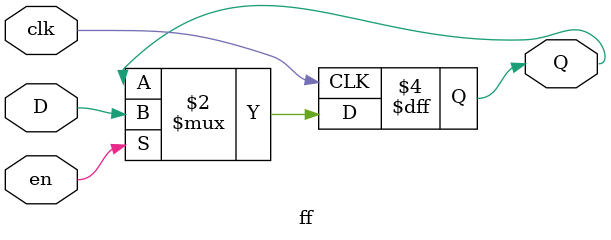
<source format=v>
`timescale 1ns / 1ps


module ff(
        input clk,
        input D,
        input en,
        output reg Q
    );
    
    always @(posedge clk)
        begin
            if(en)
                Q <= D;
        end
endmodule


</source>
